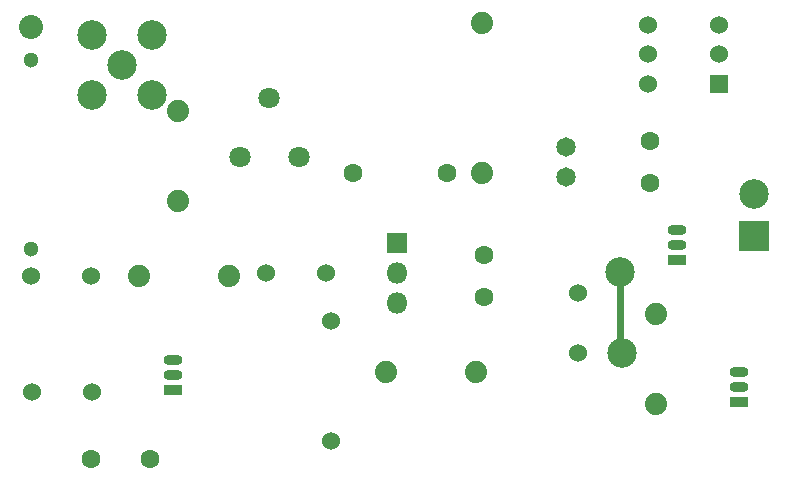
<source format=gtl>
G04 Layer: TopLayer*
G04 EasyEDA v6.5.40, 2024-02-19 09:39:11*
G04 Gerber Generator version 0.2*
G04 Scale: 100 percent, Rotated: No, Reflected: No *
G04 Dimensions in millimeters *
G04 leading zeros omitted , absolute positions ,4 integer and 5 decimal *
%FSLAX45Y45*%
%MOMM*%

%ADD10C,0.6000*%
%ADD11C,1.8000*%
%ADD12C,1.6000*%
%ADD13C,1.3000*%
%ADD14C,1.5240*%
%ADD15R,1.5240X1.5240*%
%ADD16C,1.6510*%
%ADD17O,1.7999964X1.7999964*%
%ADD18R,1.8000X1.8000*%
%ADD19O,1.5999968X0.8999982*%
%ADD20R,1.6000X0.9000*%
%ADD21C,1.8796*%
%ADD22C,2.5000*%
%ADD23R,2.5000X2.5000*%
%ADD24C,2.0400*%

%LPD*%
D10*
X5994400Y11950700D02*
G01*
X5994400Y11277600D01*
X6007100Y11264900D01*
D11*
G01*
X3272586Y12919862D03*
G01*
X2772587Y12919862D03*
G01*
X3022600Y13419886D03*
D12*
G01*
X6248400Y12702794D03*
G01*
X6248400Y13052805D03*
G01*
X4838700Y11737594D03*
G01*
X4838700Y12087605D03*
D13*
G01*
X1003300Y13741298D03*
G01*
X1003300Y12141301D03*
D12*
G01*
X2015286Y10363200D03*
G01*
X1515313Y10363200D03*
D14*
G01*
X6827799Y14042186D03*
G01*
X6827799Y13792200D03*
D15*
G01*
X6827799Y13542187D03*
D14*
G01*
X6227800Y14042186D03*
G01*
X6227800Y13792200D03*
G01*
X6227800Y13542187D03*
G01*
X1016000Y10934700D03*
G01*
X1524000Y10934700D03*
G01*
X1003300Y11912600D03*
G01*
X1511300Y11912600D03*
G01*
X3505200Y11938000D03*
G01*
X2997200Y11938000D03*
G01*
X5638800Y11264900D03*
G01*
X5638800Y11772900D03*
G01*
X3543300Y11531600D03*
G01*
X3543300Y10515600D03*
D16*
G01*
X5537200Y13004800D03*
G01*
X5537200Y12750800D03*
D17*
G01*
X4102100Y11684000D03*
G01*
X4102100Y11938000D03*
D18*
G01*
X4102100Y12192000D03*
D19*
G01*
X6997700Y11099800D03*
G01*
X6997700Y10972800D03*
D20*
G01*
X6997700Y10845800D03*
D19*
G01*
X6477000Y12306300D03*
G01*
X6477000Y12179300D03*
D20*
G01*
X6477000Y12052300D03*
D19*
G01*
X2209800Y11201400D03*
G01*
X2209800Y11074400D03*
D20*
G01*
X2209800Y10947400D03*
D21*
G01*
X4013200Y11099800D03*
G01*
X4775200Y11099800D03*
G01*
X6299200Y11595100D03*
G01*
X6299200Y10833100D03*
G01*
X2247900Y13309600D03*
G01*
X2247900Y12547600D03*
G01*
X2679700Y11912600D03*
G01*
X1917700Y11912600D03*
G01*
X4826000Y12788900D03*
G01*
X4826000Y14058900D03*
D12*
G01*
X3727500Y12788900D03*
G01*
X4527499Y12788900D03*
D22*
G01*
X1777974Y13703325D03*
G01*
X2032000Y13449300D03*
G01*
X2032000Y13957300D03*
G01*
X1524000Y13957300D03*
G01*
X1524000Y13449300D03*
G01*
X5994400Y11950700D03*
G01*
X6007100Y11264900D03*
G01*
X7124674Y12611074D03*
D23*
G01*
X7124674Y12255474D03*
D24*
G01*
X1003300Y14020800D03*
M02*

</source>
